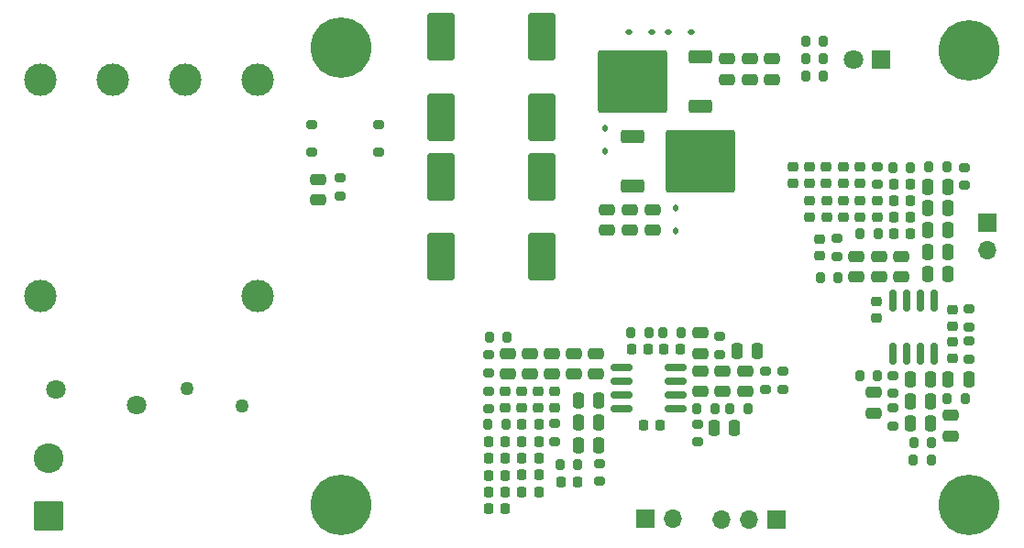
<source format=gbr>
%TF.GenerationSoftware,KiCad,Pcbnew,9.0.0*%
%TF.CreationDate,2025-04-27T17:39:42+02:00*%
%TF.ProjectId,RIAA_preamp,52494141-5f70-4726-9561-6d702e6b6963,rev?*%
%TF.SameCoordinates,Original*%
%TF.FileFunction,Soldermask,Top*%
%TF.FilePolarity,Negative*%
%FSLAX46Y46*%
G04 Gerber Fmt 4.6, Leading zero omitted, Abs format (unit mm)*
G04 Created by KiCad (PCBNEW 9.0.0) date 2025-04-27 17:39:42*
%MOMM*%
%LPD*%
G01*
G04 APERTURE LIST*
G04 Aperture macros list*
%AMRoundRect*
0 Rectangle with rounded corners*
0 $1 Rounding radius*
0 $2 $3 $4 $5 $6 $7 $8 $9 X,Y pos of 4 corners*
0 Add a 4 corners polygon primitive as box body*
4,1,4,$2,$3,$4,$5,$6,$7,$8,$9,$2,$3,0*
0 Add four circle primitives for the rounded corners*
1,1,$1+$1,$2,$3*
1,1,$1+$1,$4,$5*
1,1,$1+$1,$6,$7*
1,1,$1+$1,$8,$9*
0 Add four rect primitives between the rounded corners*
20,1,$1+$1,$2,$3,$4,$5,0*
20,1,$1+$1,$4,$5,$6,$7,0*
20,1,$1+$1,$6,$7,$8,$9,0*
20,1,$1+$1,$8,$9,$2,$3,0*%
G04 Aperture macros list end*
%ADD10RoundRect,0.225000X0.250000X-0.225000X0.250000X0.225000X-0.250000X0.225000X-0.250000X-0.225000X0*%
%ADD11RoundRect,0.250000X-0.250000X-0.475000X0.250000X-0.475000X0.250000X0.475000X-0.250000X0.475000X0*%
%ADD12RoundRect,0.200000X-0.200000X-0.275000X0.200000X-0.275000X0.200000X0.275000X-0.200000X0.275000X0*%
%ADD13RoundRect,0.250000X0.250000X0.475000X-0.250000X0.475000X-0.250000X-0.475000X0.250000X-0.475000X0*%
%ADD14RoundRect,0.225000X-0.225000X-0.250000X0.225000X-0.250000X0.225000X0.250000X-0.225000X0.250000X0*%
%ADD15RoundRect,0.200000X-0.275000X0.200000X-0.275000X-0.200000X0.275000X-0.200000X0.275000X0.200000X0*%
%ADD16RoundRect,0.112500X-0.112500X0.187500X-0.112500X-0.187500X0.112500X-0.187500X0.112500X0.187500X0*%
%ADD17RoundRect,0.225000X-0.250000X0.225000X-0.250000X-0.225000X0.250000X-0.225000X0.250000X0.225000X0*%
%ADD18RoundRect,0.200000X0.275000X-0.200000X0.275000X0.200000X-0.275000X0.200000X-0.275000X-0.200000X0*%
%ADD19RoundRect,0.250000X0.475000X-0.250000X0.475000X0.250000X-0.475000X0.250000X-0.475000X-0.250000X0*%
%ADD20RoundRect,0.225000X0.225000X0.250000X-0.225000X0.250000X-0.225000X-0.250000X0.225000X-0.250000X0*%
%ADD21C,5.600000*%
%ADD22RoundRect,0.250000X-0.475000X0.250000X-0.475000X-0.250000X0.475000X-0.250000X0.475000X0.250000X0*%
%ADD23RoundRect,0.250000X-1.000000X1.950000X-1.000000X-1.950000X1.000000X-1.950000X1.000000X1.950000X0*%
%ADD24RoundRect,0.200000X0.200000X0.275000X-0.200000X0.275000X-0.200000X-0.275000X0.200000X-0.275000X0*%
%ADD25C,1.800000*%
%ADD26R,1.800000X1.800000*%
%ADD27RoundRect,0.112500X-0.187500X-0.112500X0.187500X-0.112500X0.187500X0.112500X-0.187500X0.112500X0*%
%ADD28RoundRect,0.150000X-0.825000X-0.150000X0.825000X-0.150000X0.825000X0.150000X-0.825000X0.150000X0*%
%ADD29RoundRect,0.250000X0.850000X0.350000X-0.850000X0.350000X-0.850000X-0.350000X0.850000X-0.350000X0*%
%ADD30RoundRect,0.249997X2.950003X2.650003X-2.950003X2.650003X-2.950003X-2.650003X2.950003X-2.650003X0*%
%ADD31RoundRect,0.150000X-0.150000X0.825000X-0.150000X-0.825000X0.150000X-0.825000X0.150000X0.825000X0*%
%ADD32RoundRect,0.200000X-0.300000X-0.200000X0.300000X-0.200000X0.300000X0.200000X-0.300000X0.200000X0*%
%ADD33RoundRect,0.250000X1.125000X-1.125000X1.125000X1.125000X-1.125000X1.125000X-1.125000X-1.125000X0*%
%ADD34C,2.750000*%
%ADD35R,1.700000X1.700000*%
%ADD36O,1.700000X1.700000*%
%ADD37C,3.000000*%
%ADD38C,1.270000*%
%ADD39RoundRect,0.112500X0.187500X0.112500X-0.187500X0.112500X-0.187500X-0.112500X0.187500X-0.112500X0*%
%ADD40RoundRect,0.250000X-0.850000X-0.350000X0.850000X-0.350000X0.850000X0.350000X-0.850000X0.350000X0*%
%ADD41RoundRect,0.249997X-2.950003X-2.650003X2.950003X-2.650003X2.950003X2.650003X-2.950003X2.650003X0*%
G04 APERTURE END LIST*
D10*
%TO.C,C74*%
X152900000Y-55135000D03*
X152900000Y-53585000D03*
%TD*%
D11*
%TO.C,C33*%
X162550000Y-70085000D03*
X164450000Y-70085000D03*
%TD*%
D12*
%TO.C,R14*%
X133250000Y-65800000D03*
X134900000Y-65800000D03*
%TD*%
D11*
%TO.C,C23*%
X160650000Y-54335000D03*
X162550000Y-54335000D03*
%TD*%
D13*
%TO.C,C28*%
X144950000Y-67500000D03*
X143050000Y-67500000D03*
%TD*%
D14*
%TO.C,C79*%
X120100000Y-77418334D03*
X121650000Y-77418334D03*
%TD*%
D11*
%TO.C,C21*%
X160650000Y-52315000D03*
X162550000Y-52315000D03*
%TD*%
D14*
%TO.C,C11*%
X157525000Y-55110000D03*
X159075000Y-55110000D03*
%TD*%
%TO.C,C87*%
X120100000Y-80531667D03*
X121650000Y-80531667D03*
%TD*%
D15*
%TO.C,R19*%
X164500000Y-66610000D03*
X164500000Y-68260000D03*
%TD*%
D16*
%TO.C,D2*%
X130900000Y-46950000D03*
X130900000Y-49050000D03*
%TD*%
D17*
%TO.C,C93*%
X148211666Y-50485000D03*
X148211666Y-52035000D03*
%TD*%
D18*
%TO.C,R6*%
X120140000Y-69525000D03*
X120140000Y-67875000D03*
%TD*%
D19*
%TO.C,C44*%
X146314700Y-42400000D03*
X146314700Y-40500000D03*
%TD*%
%TO.C,C42*%
X142125000Y-42400000D03*
X142125000Y-40500000D03*
%TD*%
D20*
%TO.C,C73*%
X124750000Y-77400000D03*
X123200000Y-77400000D03*
%TD*%
D11*
%TO.C,C38*%
X160650000Y-60395000D03*
X162550000Y-60395000D03*
%TD*%
D21*
%TO.C,H2*%
X106500000Y-81700000D03*
%TD*%
D22*
%TO.C,C52*%
X154100000Y-58785000D03*
X154100000Y-60685000D03*
%TD*%
D10*
%TO.C,C76*%
X156013333Y-55135000D03*
X156013333Y-53585000D03*
%TD*%
%TO.C,C95*%
X151343333Y-55135000D03*
X151343333Y-53585000D03*
%TD*%
D23*
%TO.C,C37*%
X125000000Y-38500000D03*
X125000000Y-45900000D03*
%TD*%
D14*
%TO.C,C88*%
X120100000Y-82088334D03*
X121650000Y-82088334D03*
%TD*%
D11*
%TO.C,C51*%
X128400000Y-76200000D03*
X130300000Y-76200000D03*
%TD*%
D13*
%TO.C,C58*%
X160950000Y-70085000D03*
X159050000Y-70085000D03*
%TD*%
D15*
%TO.C,R9*%
X164100000Y-50560000D03*
X164100000Y-52210000D03*
%TD*%
D10*
%TO.C,C1*%
X150700000Y-58710000D03*
X150700000Y-57160000D03*
%TD*%
D17*
%TO.C,C92*%
X149768333Y-50485000D03*
X149768333Y-52035000D03*
%TD*%
D14*
%TO.C,C77*%
X120100000Y-75861667D03*
X121650000Y-75861667D03*
%TD*%
D19*
%TO.C,C43*%
X131075000Y-56350000D03*
X131075000Y-54450000D03*
%TD*%
D23*
%TO.C,C4*%
X115700000Y-51400000D03*
X115700000Y-58800000D03*
%TD*%
D14*
%TO.C,C7*%
X157525000Y-52060000D03*
X159075000Y-52060000D03*
%TD*%
D24*
%TO.C,R11*%
X121725000Y-74300000D03*
X120075000Y-74300000D03*
%TD*%
D11*
%TO.C,C30*%
X140950000Y-74600000D03*
X142850000Y-74600000D03*
%TD*%
D25*
%TO.C,RV1*%
X87648000Y-72494000D03*
X80148000Y-71094000D03*
%TD*%
D26*
%TO.C,D5*%
X156375000Y-40600000D03*
D25*
X153835000Y-40600000D03*
%TD*%
D20*
%TO.C,C59*%
X135960000Y-74390000D03*
X134410000Y-74390000D03*
%TD*%
D18*
%TO.C,R26*%
X139400000Y-75925000D03*
X139400000Y-74275000D03*
%TD*%
D21*
%TO.C,H1*%
X106500000Y-39450000D03*
%TD*%
D10*
%TO.C,C6*%
X121675000Y-72775000D03*
X121675000Y-71225000D03*
%TD*%
D19*
%TO.C,C46*%
X144219850Y-42400000D03*
X144219850Y-40500000D03*
%TD*%
D27*
%TO.C,D4*%
X136725000Y-38050000D03*
X138825000Y-38050000D03*
%TD*%
D20*
%TO.C,C91*%
X124750000Y-75843334D03*
X123200000Y-75843334D03*
%TD*%
D19*
%TO.C,C25*%
X104345000Y-53567000D03*
X104345000Y-51667000D03*
%TD*%
D10*
%TO.C,C94*%
X149786666Y-55135000D03*
X149786666Y-53585000D03*
%TD*%
D24*
%TO.C,R5*%
X152425000Y-60735000D03*
X150775000Y-60735000D03*
%TD*%
D16*
%TO.C,D3*%
X137400000Y-54300000D03*
X137400000Y-56400000D03*
%TD*%
D12*
%TO.C,R16*%
X136225000Y-65800000D03*
X137875000Y-65800000D03*
%TD*%
D11*
%TO.C,C27*%
X160650000Y-56355000D03*
X162550000Y-56355000D03*
%TD*%
D18*
%TO.C,R33*%
X106377000Y-53188000D03*
X106377000Y-51538000D03*
%TD*%
D20*
%TO.C,C75*%
X124750000Y-74286667D03*
X123200000Y-74286667D03*
%TD*%
D10*
%TO.C,C96*%
X154456666Y-55135000D03*
X154456666Y-53585000D03*
%TD*%
D21*
%TO.C,H4*%
X164500000Y-81700000D03*
%TD*%
D24*
%TO.C,R32*%
X151050000Y-42115000D03*
X149400000Y-42115000D03*
%TD*%
D17*
%TO.C,C78*%
X154438333Y-50485000D03*
X154438333Y-52035000D03*
%TD*%
D10*
%TO.C,C12*%
X126250000Y-72775000D03*
X126250000Y-71225000D03*
%TD*%
%TO.C,C8*%
X123200000Y-72775000D03*
X123200000Y-71225000D03*
%TD*%
D28*
%TO.C,U5*%
X132425000Y-68995000D03*
X132425000Y-70265000D03*
X132425000Y-71535000D03*
X132425000Y-72805000D03*
X137375000Y-72805000D03*
X137375000Y-71535000D03*
X137375000Y-70265000D03*
X137375000Y-68995000D03*
%TD*%
D29*
%TO.C,U4*%
X139700000Y-44905000D03*
D30*
X133400000Y-42625000D03*
D29*
X139700000Y-40345000D03*
%TD*%
D18*
%TO.C,R30*%
X147271000Y-71032000D03*
X147271000Y-69382000D03*
%TD*%
D12*
%TO.C,R29*%
X154375000Y-69785000D03*
X156025000Y-69785000D03*
%TD*%
D15*
%TO.C,R17*%
X164500000Y-63635000D03*
X164500000Y-65285000D03*
%TD*%
D18*
%TO.C,R12*%
X120150000Y-72850000D03*
X120150000Y-71200000D03*
%TD*%
D12*
%TO.C,R36*%
X159375000Y-75985000D03*
X161025000Y-75985000D03*
%TD*%
D20*
%TO.C,C5*%
X128325000Y-79600000D03*
X126775000Y-79600000D03*
%TD*%
D31*
%TO.C,U1*%
X161305000Y-62810000D03*
X160035000Y-62810000D03*
X158765000Y-62810000D03*
X157495000Y-62810000D03*
X157495000Y-67760000D03*
X158765000Y-67760000D03*
X160035000Y-67760000D03*
X161305000Y-67760000D03*
%TD*%
D19*
%TO.C,C17*%
X121930000Y-69650000D03*
X121930000Y-67750000D03*
%TD*%
D21*
%TO.C,H3*%
X164500000Y-39700000D03*
%TD*%
D15*
%TO.C,R27*%
X157500000Y-69760000D03*
X157500000Y-71410000D03*
%TD*%
D14*
%TO.C,C13*%
X157525000Y-56635000D03*
X159075000Y-56635000D03*
%TD*%
D19*
%TO.C,C39*%
X162800000Y-75335000D03*
X162800000Y-73435000D03*
%TD*%
D22*
%TO.C,C50*%
X156200000Y-58785000D03*
X156200000Y-60685000D03*
%TD*%
D19*
%TO.C,C19*%
X125970000Y-69650000D03*
X125970000Y-67750000D03*
%TD*%
D32*
%TO.C,D1*%
X103825000Y-46630000D03*
X103825000Y-49170000D03*
X109975000Y-49170000D03*
X109975000Y-46630000D03*
%TD*%
D19*
%TO.C,C47*%
X135300000Y-56350000D03*
X135300000Y-54450000D03*
%TD*%
%TO.C,C45*%
X133200000Y-56350000D03*
X133200000Y-54450000D03*
%TD*%
D14*
%TO.C,C9*%
X157525000Y-53585000D03*
X159075000Y-53585000D03*
%TD*%
D19*
%TO.C,C20*%
X127990000Y-69650000D03*
X127990000Y-67750000D03*
%TD*%
D33*
%TO.C,J4*%
X79509000Y-82782000D03*
D34*
X79509000Y-77382000D03*
%TD*%
D22*
%TO.C,C54*%
X158200000Y-58785000D03*
X158200000Y-60685000D03*
%TD*%
D23*
%TO.C,C3*%
X125000000Y-51400000D03*
X125000000Y-58800000D03*
%TD*%
D35*
%TO.C,J2*%
X134625000Y-83000000D03*
D36*
X137165000Y-83000000D03*
%TD*%
D12*
%TO.C,R24*%
X139375000Y-72800000D03*
X141025000Y-72800000D03*
%TD*%
D22*
%TO.C,C55*%
X141750000Y-69350000D03*
X141750000Y-71250000D03*
%TD*%
D37*
%TO.C,T1*%
X78750000Y-62450000D03*
X98750000Y-62450000D03*
X98750000Y-42450000D03*
X92083333Y-42450000D03*
X85416667Y-42450000D03*
X78750000Y-42450000D03*
%TD*%
D14*
%TO.C,C22*%
X136275000Y-67300000D03*
X137825000Y-67300000D03*
%TD*%
D15*
%TO.C,R18*%
X141500000Y-66175000D03*
X141500000Y-67825000D03*
%TD*%
D38*
%TO.C,F1*%
X97370000Y-72594000D03*
X92270000Y-70994000D03*
%TD*%
D18*
%TO.C,R13*%
X156000000Y-52110000D03*
X156000000Y-50460000D03*
%TD*%
D39*
%TO.C,D6*%
X135175000Y-38050000D03*
X133075000Y-38050000D03*
%TD*%
D22*
%TO.C,C32*%
X143800000Y-69350000D03*
X143800000Y-71250000D03*
%TD*%
D20*
%TO.C,C90*%
X124750000Y-78956667D03*
X123200000Y-78956667D03*
%TD*%
D11*
%TO.C,C29*%
X160650000Y-58375000D03*
X162550000Y-58375000D03*
%TD*%
D35*
%TO.C,J1*%
X166200000Y-55660000D03*
D36*
X166200000Y-58200000D03*
%TD*%
D24*
%TO.C,R3*%
X128375000Y-78000000D03*
X126725000Y-78000000D03*
%TD*%
D19*
%TO.C,C36*%
X130010000Y-69650000D03*
X130010000Y-67750000D03*
%TD*%
D22*
%TO.C,C40*%
X155700000Y-71335000D03*
X155700000Y-73235000D03*
%TD*%
D12*
%TO.C,R21*%
X154438333Y-56635000D03*
X156088333Y-56635000D03*
%TD*%
D18*
%TO.C,R28*%
X145670500Y-71032000D03*
X145670500Y-69382000D03*
%TD*%
D11*
%TO.C,C49*%
X128400000Y-74100000D03*
X130300000Y-74100000D03*
%TD*%
D13*
%TO.C,C41*%
X160950000Y-74185000D03*
X159050000Y-74185000D03*
%TD*%
D22*
%TO.C,C57*%
X139700000Y-69350000D03*
X139700000Y-71250000D03*
%TD*%
D35*
%TO.C,J3*%
X146725000Y-83100000D03*
D36*
X144185000Y-83100000D03*
X141645000Y-83100000D03*
%TD*%
D18*
%TO.C,R20*%
X126250000Y-75861667D03*
X126250000Y-74211667D03*
%TD*%
D15*
%TO.C,R25*%
X157500000Y-72785000D03*
X157500000Y-74435000D03*
%TD*%
%TO.C,R4*%
X130350000Y-77875000D03*
X130350000Y-79525000D03*
%TD*%
D12*
%TO.C,R8*%
X120175000Y-66200000D03*
X121825000Y-66200000D03*
%TD*%
D17*
%TO.C,C31*%
X163000000Y-66660000D03*
X163000000Y-68210000D03*
%TD*%
D10*
%TO.C,C10*%
X124725000Y-72775000D03*
X124725000Y-71225000D03*
%TD*%
D17*
%TO.C,C82*%
X151325000Y-50485000D03*
X151325000Y-52035000D03*
%TD*%
D14*
%TO.C,C81*%
X120100000Y-78975000D03*
X121650000Y-78975000D03*
%TD*%
D12*
%TO.C,R31*%
X159350000Y-77585000D03*
X161000000Y-77585000D03*
%TD*%
D24*
%TO.C,R23*%
X164125000Y-71885000D03*
X162475000Y-71885000D03*
%TD*%
D17*
%TO.C,C35*%
X163000000Y-63685000D03*
X163000000Y-65235000D03*
%TD*%
D23*
%TO.C,C26*%
X115700000Y-38500000D03*
X115700000Y-45900000D03*
%TD*%
D12*
%TO.C,R15*%
X157450000Y-50535000D03*
X159100000Y-50535000D03*
%TD*%
D24*
%TO.C,R35*%
X151050000Y-38900000D03*
X149400000Y-38900000D03*
%TD*%
D13*
%TO.C,C56*%
X160950000Y-72135000D03*
X159050000Y-72135000D03*
%TD*%
D12*
%TO.C,R22*%
X142400000Y-72800000D03*
X144050000Y-72800000D03*
%TD*%
D20*
%TO.C,C89*%
X124750000Y-80513334D03*
X123200000Y-80513334D03*
%TD*%
D17*
%TO.C,C48*%
X155900000Y-62900000D03*
X155900000Y-64450000D03*
%TD*%
%TO.C,C80*%
X152881666Y-50485000D03*
X152881666Y-52035000D03*
%TD*%
D18*
%TO.C,R1*%
X152300000Y-58760000D03*
X152300000Y-57110000D03*
%TD*%
D19*
%TO.C,C24*%
X139700000Y-67750000D03*
X139700000Y-65850000D03*
%TD*%
D24*
%TO.C,R34*%
X151050000Y-40507500D03*
X149400000Y-40507500D03*
%TD*%
D14*
%TO.C,C34*%
X133300000Y-67300000D03*
X134850000Y-67300000D03*
%TD*%
D12*
%TO.C,R7*%
X160775000Y-50525000D03*
X162425000Y-50525000D03*
%TD*%
D40*
%TO.C,U3*%
X133400000Y-47692500D03*
D41*
X139700000Y-49972500D03*
D40*
X133400000Y-52252500D03*
%TD*%
D11*
%TO.C,C53*%
X128400000Y-72100000D03*
X130300000Y-72100000D03*
%TD*%
D19*
%TO.C,C18*%
X123950000Y-69650000D03*
X123950000Y-67750000D03*
%TD*%
M02*

</source>
